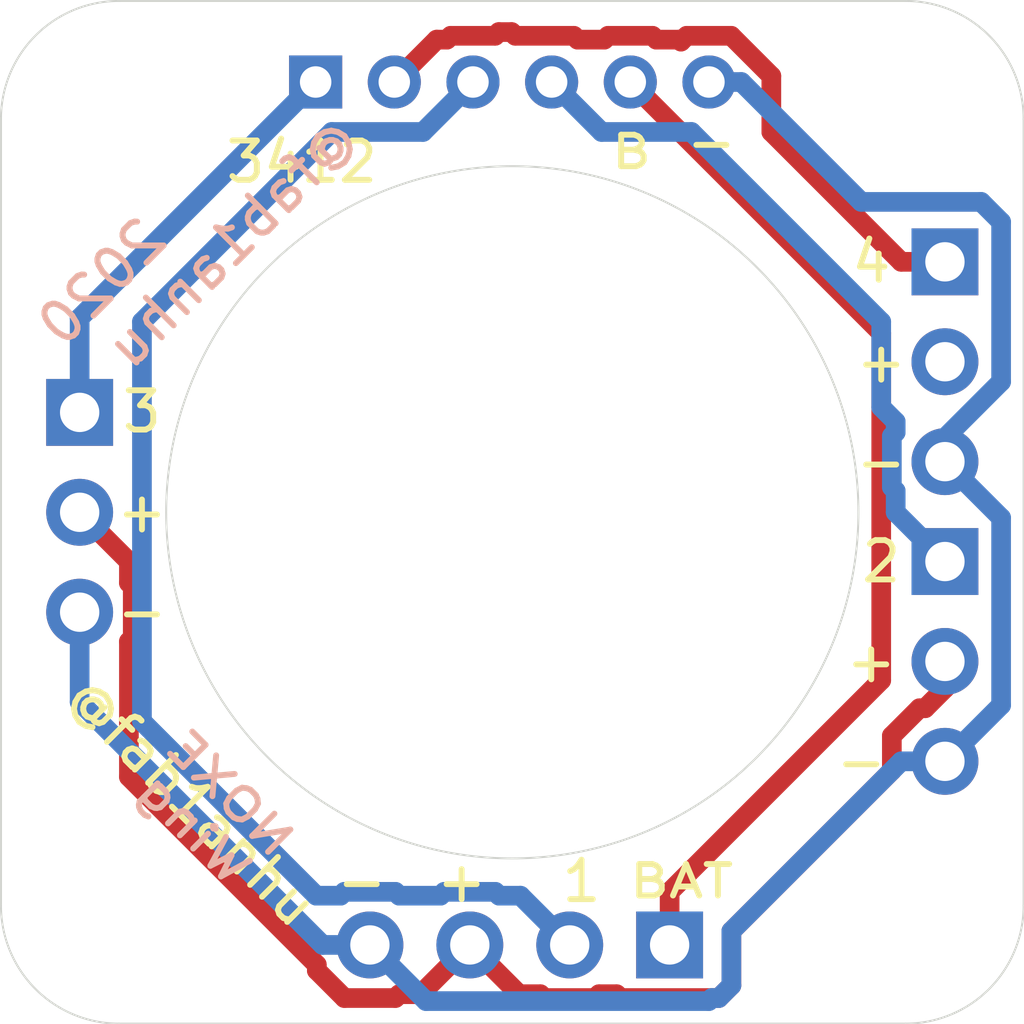
<source format=kicad_pcb>
(kicad_pcb (version 20171130) (host pcbnew 5.1.6-c6e7f7d~87~ubuntu20.04.1)

  (general
    (thickness 0.8)
    (drawings 30)
    (tracks 103)
    (zones 0)
    (modules 9)
    (nets 8)
  )

  (page A4)
  (layers
    (0 F.Cu signal)
    (31 B.Cu signal)
    (32 B.Adhes user)
    (33 F.Adhes user)
    (34 B.Paste user)
    (35 F.Paste user)
    (36 B.SilkS user)
    (37 F.SilkS user)
    (38 B.Mask user)
    (39 F.Mask user)
    (40 Dwgs.User user)
    (41 Cmts.User user)
    (42 Eco1.User user)
    (43 Eco2.User user)
    (44 Edge.Cuts user)
    (45 Margin user hide)
    (46 B.CrtYd user)
    (47 F.CrtYd user)
    (48 B.Fab user hide)
    (49 F.Fab user hide)
  )

  (setup
    (last_trace_width 0.5)
    (user_trace_width 0.5)
    (user_trace_width 1)
    (trace_clearance 0.1524)
    (zone_clearance 0.508)
    (zone_45_only no)
    (trace_min 0.1524)
    (via_size 0.6858)
    (via_drill 0.3302)
    (via_min_size 0.508)
    (via_min_drill 0.254)
    (uvia_size 0.6858)
    (uvia_drill 0.3302)
    (uvias_allowed no)
    (uvia_min_size 0)
    (uvia_min_drill 0)
    (edge_width 0.05)
    (segment_width 0.2)
    (pcb_text_width 0.3)
    (pcb_text_size 1.5 1.5)
    (mod_edge_width 0.12)
    (mod_text_size 1 1)
    (mod_text_width 0.15)
    (pad_size 2.1 2.1)
    (pad_drill 2.1)
    (pad_to_mask_clearance 0.0508)
    (aux_axis_origin 0 0)
    (visible_elements FFFFFF7F)
    (pcbplotparams
      (layerselection 0x010fc_ffffffff)
      (usegerberextensions false)
      (usegerberattributes true)
      (usegerberadvancedattributes true)
      (creategerberjobfile true)
      (excludeedgelayer true)
      (linewidth 0.100000)
      (plotframeref false)
      (viasonmask false)
      (mode 1)
      (useauxorigin false)
      (hpglpennumber 1)
      (hpglpenspeed 20)
      (hpglpendiameter 15.000000)
      (psnegative false)
      (psa4output false)
      (plotreference true)
      (plotvalue true)
      (plotinvisibletext false)
      (padsonsilk false)
      (subtractmaskfromsilk false)
      (outputformat 1)
      (mirror false)
      (drillshape 1)
      (scaleselection 1)
      (outputdirectory ""))
  )

  (net 0 "")
  (net 1 GND)
  (net 2 +5V)
  (net 3 /SV3)
  (net 4 /ESC)
  (net 5 /UBAT)
  (net 6 /Aux)
  (net 7 /SV4)

  (net_class Default "This is the default net class."
    (clearance 0.1524)
    (trace_width 0.1524)
    (via_dia 0.6858)
    (via_drill 0.3302)
    (uvia_dia 0.6858)
    (uvia_drill 0.3302)
    (diff_pair_width 0.1524)
    (diff_pair_gap 0.254)
  )

  (net_class ext ""
    (clearance 0.25)
    (trace_width 0.25)
    (via_dia 0.8)
    (via_drill 0.5)
    (uvia_dia 0.6858)
    (uvia_drill 0.3302)
    (diff_pair_width 0.1524)
    (diff_pair_gap 0.254)
    (add_net +5V)
    (add_net /Aux)
    (add_net /ESC)
    (add_net /SV3)
    (add_net /SV4)
    (add_net /UBAT)
    (add_net GND)
  )

  (module Connector_PinHeader_2.00mm:PinHeader_1x06_P2.00mm_Vertical (layer F.Cu) (tedit 5F5947EE) (tstamp 5F598C80)
    (at 105 99.06 90)
    (descr "Through hole straight pin header, 1x06, 2.00mm pitch, single row")
    (tags "Through hole pin header THT 1x06 2.00mm single row")
    (path /5F5A43E5)
    (fp_text reference J3 (at 0 -2.06 90) (layer F.SilkS) hide
      (effects (font (size 1 1) (thickness 0.15)))
    )
    (fp_text value Conn_01x06 (at 0 12.06 90) (layer F.Fab)
      (effects (font (size 1 1) (thickness 0.15)))
    )
    (fp_text user %R (at 0 5 180) (layer F.Fab)
      (effects (font (size 1 1) (thickness 0.15)))
    )
    (fp_line (start -0.5 -1) (end 1 -1) (layer F.Fab) (width 0.1))
    (fp_line (start 1 -1) (end 1 11) (layer F.Fab) (width 0.1))
    (fp_line (start 1 11) (end -1 11) (layer F.Fab) (width 0.1))
    (fp_line (start -1 11) (end -1 -0.5) (layer F.Fab) (width 0.1))
    (fp_line (start -1 -0.5) (end -0.5 -1) (layer F.Fab) (width 0.1))
    (fp_line (start -1.5 -1.5) (end -1.5 11.5) (layer F.CrtYd) (width 0.05))
    (fp_line (start -1.5 11.5) (end 1.5 11.5) (layer F.CrtYd) (width 0.05))
    (fp_line (start 1.5 11.5) (end 1.5 -1.5) (layer F.CrtYd) (width 0.05))
    (fp_line (start 1.5 -1.5) (end -1.5 -1.5) (layer F.CrtYd) (width 0.05))
    (pad 6 thru_hole oval (at 0 10 90) (size 1.35 1.35) (drill 0.8) (layers *.Cu *.Mask)
      (net 1 GND))
    (pad 5 thru_hole oval (at 0 8 90) (size 1.35 1.35) (drill 0.8) (layers *.Cu *.Mask)
      (net 5 /UBAT))
    (pad 4 thru_hole oval (at 0 6 90) (size 1.35 1.35) (drill 0.8) (layers *.Cu *.Mask)
      (net 6 /Aux))
    (pad 3 thru_hole oval (at 0 4 90) (size 1.35 1.35) (drill 0.8) (layers *.Cu *.Mask)
      (net 4 /ESC))
    (pad 2 thru_hole oval (at 0 2 90) (size 1.35 1.35) (drill 0.8) (layers *.Cu *.Mask)
      (net 7 /SV4))
    (pad 1 thru_hole rect (at 0 0 90) (size 1.35 1.35) (drill 0.8) (layers *.Cu *.Mask)
      (net 3 /SV3))
    (model ${KISYS3DMOD}/Connector_PinHeader_2.00mm.3dshapes/PinHeader_1x06_P2.00mm_Vertical.wrl
      (at (xyz 0 0 0))
      (scale (xyz 1 1 1))
      (rotate (xyz 0 0 0))
    )
  )

  (module Connector_PinHeader_2.54mm:PinHeader_1x04_P2.54mm_Vertical (layer F.Cu) (tedit 5F5947CF) (tstamp 5F598C66)
    (at 114 121 270)
    (descr "Through hole straight pin header, 1x04, 2.54mm pitch, single row")
    (tags "Through hole pin header THT 1x04 2.54mm single row")
    (path /5F5AE02F)
    (fp_text reference J2 (at 0 -2.33 270) (layer F.SilkS) hide
      (effects (font (size 1 1) (thickness 0.15)))
    )
    (fp_text value ESC (at 0 9.95 270) (layer F.Fab)
      (effects (font (size 1 1) (thickness 0.15)))
    )
    (fp_text user %R (at 0 3.81) (layer F.Fab)
      (effects (font (size 1 1) (thickness 0.15)))
    )
    (fp_line (start -0.635 -1.27) (end 1.27 -1.27) (layer F.Fab) (width 0.1))
    (fp_line (start 1.27 -1.27) (end 1.27 8.89) (layer F.Fab) (width 0.1))
    (fp_line (start 1.27 8.89) (end -1.27 8.89) (layer F.Fab) (width 0.1))
    (fp_line (start -1.27 8.89) (end -1.27 -0.635) (layer F.Fab) (width 0.1))
    (fp_line (start -1.27 -0.635) (end -0.635 -1.27) (layer F.Fab) (width 0.1))
    (fp_line (start -1.8 -1.8) (end -1.8 9.4) (layer F.CrtYd) (width 0.05))
    (fp_line (start -1.8 9.4) (end 1.8 9.4) (layer F.CrtYd) (width 0.05))
    (fp_line (start 1.8 9.4) (end 1.8 -1.8) (layer F.CrtYd) (width 0.05))
    (fp_line (start 1.8 -1.8) (end -1.8 -1.8) (layer F.CrtYd) (width 0.05))
    (pad 4 thru_hole oval (at 0 7.62 270) (size 1.7 1.7) (drill 1) (layers *.Cu *.Mask)
      (net 1 GND))
    (pad 3 thru_hole oval (at 0 5.08 270) (size 1.7 1.7) (drill 1) (layers *.Cu *.Mask)
      (net 2 +5V))
    (pad 2 thru_hole oval (at 0 2.54 270) (size 1.7 1.7) (drill 1) (layers *.Cu *.Mask)
      (net 4 /ESC))
    (pad 1 thru_hole rect (at 0 0 270) (size 1.7 1.7) (drill 1) (layers *.Cu *.Mask)
      (net 5 /UBAT))
    (model ${KISYS3DMOD}/Connector_PinHeader_2.54mm.3dshapes/PinHeader_1x04_P2.54mm_Vertical.wrl
      (at (xyz 0 0 0))
      (scale (xyz 1 1 1))
      (rotate (xyz 0 0 0))
    )
  )

  (module Connector_PinHeader_2.54mm:PinHeader_1x03_P2.54mm_Vertical (layer F.Cu) (tedit 5F59479C) (tstamp 5F598C97)
    (at 121 111.252)
    (descr "Through hole straight pin header, 1x03, 2.54mm pitch, single row")
    (tags "Through hole pin header THT 1x03 2.54mm single row")
    (path /5F5A843A)
    (fp_text reference J4 (at 0 7.62) (layer F.SilkS) hide
      (effects (font (size 1 1) (thickness 0.15)))
    )
    (fp_text value AUX (at 0 7.41) (layer F.Fab)
      (effects (font (size 1 1) (thickness 0.15)))
    )
    (fp_text user %R (at 0 2.54 90) (layer F.Fab)
      (effects (font (size 1 1) (thickness 0.15)))
    )
    (fp_line (start -0.635 -1.27) (end 1.27 -1.27) (layer F.Fab) (width 0.1))
    (fp_line (start 1.27 -1.27) (end 1.27 6.35) (layer F.Fab) (width 0.1))
    (fp_line (start 1.27 6.35) (end -1.27 6.35) (layer F.Fab) (width 0.1))
    (fp_line (start -1.27 6.35) (end -1.27 -0.635) (layer F.Fab) (width 0.1))
    (fp_line (start -1.27 -0.635) (end -0.635 -1.27) (layer F.Fab) (width 0.1))
    (fp_line (start -1.8 -1.8) (end -1.8 6.85) (layer F.CrtYd) (width 0.05))
    (fp_line (start -1.8 6.85) (end 1.8 6.85) (layer F.CrtYd) (width 0.05))
    (fp_line (start 1.8 6.85) (end 1.8 -1.8) (layer F.CrtYd) (width 0.05))
    (fp_line (start 1.8 -1.8) (end -1.8 -1.8) (layer F.CrtYd) (width 0.05))
    (pad 3 thru_hole oval (at 0 5.08) (size 1.7 1.7) (drill 1) (layers *.Cu *.Mask)
      (net 1 GND))
    (pad 2 thru_hole oval (at 0 2.54) (size 1.7 1.7) (drill 1) (layers *.Cu *.Mask)
      (net 2 +5V))
    (pad 1 thru_hole rect (at 0 0) (size 1.7 1.7) (drill 1) (layers *.Cu *.Mask)
      (net 6 /Aux))
    (model ${KISYS3DMOD}/Connector_PinHeader_2.54mm.3dshapes/PinHeader_1x03_P2.54mm_Vertical.wrl
      (at (xyz 0 0 0))
      (scale (xyz 1 1 1))
      (rotate (xyz 0 0 0))
    )
  )

  (module Connector_PinHeader_2.54mm:PinHeader_1x03_P2.54mm_Vertical (layer F.Cu) (tedit 5F59473D) (tstamp 5F599369)
    (at 121 103.632)
    (descr "Through hole straight pin header, 1x03, 2.54mm pitch, single row")
    (tags "Through hole pin header THT 1x03 2.54mm single row")
    (path /5F5A71D7)
    (fp_text reference J5 (at 0 -2.33) (layer F.SilkS) hide
      (effects (font (size 1 1) (thickness 0.15)))
    )
    (fp_text value SV4 (at 0 7.41) (layer F.Fab)
      (effects (font (size 1 1) (thickness 0.15)))
    )
    (fp_text user %R (at 0 2.54 90) (layer F.Fab)
      (effects (font (size 1 1) (thickness 0.15)))
    )
    (fp_line (start -0.635 -1.27) (end 1.27 -1.27) (layer F.Fab) (width 0.1))
    (fp_line (start 1.27 -1.27) (end 1.27 6.35) (layer F.Fab) (width 0.1))
    (fp_line (start 1.27 6.35) (end -1.27 6.35) (layer F.Fab) (width 0.1))
    (fp_line (start -1.27 6.35) (end -1.27 -0.635) (layer F.Fab) (width 0.1))
    (fp_line (start -1.27 -0.635) (end -0.635 -1.27) (layer F.Fab) (width 0.1))
    (fp_line (start -1.8 -1.8) (end -1.8 6.85) (layer F.CrtYd) (width 0.05))
    (fp_line (start -1.8 6.85) (end 1.8 6.85) (layer F.CrtYd) (width 0.05))
    (fp_line (start 1.8 6.85) (end 1.8 -1.8) (layer F.CrtYd) (width 0.05))
    (fp_line (start 1.8 -1.8) (end -1.8 -1.8) (layer F.CrtYd) (width 0.05))
    (pad 3 thru_hole oval (at 0 5.08) (size 1.7 1.7) (drill 1) (layers *.Cu *.Mask)
      (net 1 GND))
    (pad 2 thru_hole oval (at 0 2.54) (size 1.7 1.7) (drill 1) (layers *.Cu *.Mask)
      (net 2 +5V))
    (pad 1 thru_hole rect (at 0 0) (size 1.7 1.7) (drill 1) (layers *.Cu *.Mask)
      (net 7 /SV4))
    (model ${KISYS3DMOD}/Connector_PinHeader_2.54mm.3dshapes/PinHeader_1x03_P2.54mm_Vertical.wrl
      (at (xyz 0 0 0))
      (scale (xyz 1 1 1))
      (rotate (xyz 0 0 0))
    )
  )

  (module Connector_PinHeader_2.54mm:PinHeader_1x03_P2.54mm_Vertical (layer F.Cu) (tedit 5F594710) (tstamp 5F598C4E)
    (at 99 107.46)
    (descr "Through hole straight pin header, 1x03, 2.54mm pitch, single row")
    (tags "Through hole pin header THT 1x03 2.54mm single row")
    (path /5F5A68EF)
    (fp_text reference SV3 (at 0 -2.33) (layer F.SilkS) hide
      (effects (font (size 1 1) (thickness 0.15)))
    )
    (fp_text value SV3 (at 0 7.41) (layer F.Fab) hide
      (effects (font (size 1 1) (thickness 0.15)))
    )
    (fp_text user %R (at 0 2.54 90) (layer F.Fab) hide
      (effects (font (size 1 1) (thickness 0.15)))
    )
    (fp_line (start -0.635 -1.27) (end 1.27 -1.27) (layer F.Fab) (width 0.1))
    (fp_line (start 1.27 -1.27) (end 1.27 6.35) (layer F.Fab) (width 0.1))
    (fp_line (start 1.27 6.35) (end -1.27 6.35) (layer F.Fab) (width 0.1))
    (fp_line (start -1.27 6.35) (end -1.27 -0.635) (layer F.Fab) (width 0.1))
    (fp_line (start -1.27 -0.635) (end -0.635 -1.27) (layer F.Fab) (width 0.1))
    (fp_line (start -1.8 -1.8) (end -1.8 6.85) (layer F.CrtYd) (width 0.05))
    (fp_line (start -1.8 6.85) (end 1.8 6.85) (layer F.CrtYd) (width 0.05))
    (fp_line (start 1.8 6.85) (end 1.8 -1.8) (layer F.CrtYd) (width 0.05))
    (fp_line (start 1.8 -1.8) (end -1.8 -1.8) (layer F.CrtYd) (width 0.05))
    (pad 3 thru_hole oval (at 0 5.08) (size 1.7 1.7) (drill 1) (layers *.Cu *.Mask)
      (net 1 GND))
    (pad 2 thru_hole oval (at 0 2.54) (size 1.7 1.7) (drill 1) (layers *.Cu *.Mask)
      (net 2 +5V))
    (pad 1 thru_hole rect (at 0 0) (size 1.7 1.7) (drill 1) (layers *.Cu *.Mask)
      (net 3 /SV3))
    (model ${KISYS3DMOD}/Connector_PinHeader_2.54mm.3dshapes/PinHeader_1x03_P2.54mm_Vertical.wrl
      (at (xyz 0 0 0))
      (scale (xyz 1 1 1))
      (rotate (xyz 0 0 0))
    )
  )

  (module MountingHole:MountingHole_2.1mm (layer F.Cu) (tedit 5B924765) (tstamp 5F599466)
    (at 120 120)
    (descr "Mounting Hole 2.1mm, no annular")
    (tags "mounting hole 2.1mm no annular")
    (path /5F5C8C1C)
    (attr virtual)
    (fp_text reference H4 (at 0 -3.2) (layer F.SilkS) hide
      (effects (font (size 1 1) (thickness 0.15)))
    )
    (fp_text value MountingHole (at 0 3.2) (layer F.Fab)
      (effects (font (size 1 1) (thickness 0.15)))
    )
    (fp_text user %R (at 0.3 0) (layer F.Fab)
      (effects (font (size 1 1) (thickness 0.15)))
    )
    (fp_circle (center 0 0) (end 2.1 0) (layer Cmts.User) (width 0.15))
    (fp_circle (center 0 0) (end 2.35 0) (layer F.CrtYd) (width 0.05))
    (pad "" np_thru_hole circle (at 0 0) (size 2.1 2.1) (drill 2.1) (layers *.Cu *.Mask))
  )

  (module MountingHole:MountingHole_2.1mm (layer F.Cu) (tedit 5B924765) (tstamp 5F599451)
    (at 100 120)
    (descr "Mounting Hole 2.1mm, no annular")
    (tags "mounting hole 2.1mm no annular")
    (path /5F5C8046)
    (attr virtual)
    (fp_text reference H3 (at 0 -3.2) (layer F.SilkS) hide
      (effects (font (size 1 1) (thickness 0.15)))
    )
    (fp_text value MountingHole (at 0 3.2) (layer F.Fab)
      (effects (font (size 1 1) (thickness 0.15)))
    )
    (fp_text user %R (at 0.3 0) (layer F.Fab)
      (effects (font (size 1 1) (thickness 0.15)))
    )
    (fp_circle (center 0 0) (end 2.1 0) (layer Cmts.User) (width 0.15))
    (fp_circle (center 0 0) (end 2.35 0) (layer F.CrtYd) (width 0.05))
    (pad "" np_thru_hole circle (at 0 0) (size 2.1 2.1) (drill 2.1) (layers *.Cu *.Mask))
  )

  (module MountingHole:MountingHole_2.1mm (layer F.Cu) (tedit 5B924765) (tstamp 5F59947B)
    (at 120 100)
    (descr "Mounting Hole 2.1mm, no annular")
    (tags "mounting hole 2.1mm no annular")
    (path /5F5C934E)
    (attr virtual)
    (fp_text reference H2 (at 0 -3.2) (layer F.SilkS) hide
      (effects (font (size 1 1) (thickness 0.15)))
    )
    (fp_text value MountingHole (at 0 3.2) (layer F.Fab)
      (effects (font (size 1 1) (thickness 0.15)))
    )
    (fp_text user %R (at 0.3 0) (layer F.Fab)
      (effects (font (size 1 1) (thickness 0.15)))
    )
    (fp_circle (center 0 0) (end 2.1 0) (layer Cmts.User) (width 0.15))
    (fp_circle (center 0 0) (end 2.35 0) (layer F.CrtYd) (width 0.05))
    (pad "" np_thru_hole circle (at 0 0) (size 2.1 2.1) (drill 2.1) (layers *.Cu *.Mask))
  )

  (module MountingHole:MountingHole_2.1mm (layer F.Cu) (tedit 5B924765) (tstamp 5F599490)
    (at 100 100)
    (descr "Mounting Hole 2.1mm, no annular")
    (tags "mounting hole 2.1mm no annular")
    (path /5F5C8FC2)
    (attr virtual)
    (fp_text reference H1 (at 0 -3.2) (layer F.SilkS) hide
      (effects (font (size 1 1) (thickness 0.15)))
    )
    (fp_text value MountingHole (at 0 3.2) (layer F.Fab)
      (effects (font (size 1 1) (thickness 0.15)))
    )
    (fp_text user %R (at 0.3 0) (layer F.Fab)
      (effects (font (size 1 1) (thickness 0.15)))
    )
    (fp_circle (center 0 0) (end 2.1 0) (layer Cmts.User) (width 0.15))
    (fp_circle (center 0 0) (end 2.35 0) (layer F.CrtYd) (width 0.05))
    (pad "" np_thru_hole circle (at 0 0) (size 2.1 2.1) (drill 2.1) (layers *.Cu *.Mask))
  )

  (gr_text "CUT OUT" (at 110.49 109.982) (layer Dwgs.User)
    (effects (font (size 1 1) (thickness 0.15)))
  )
  (gr_text @fab1anhu (at 101.854 117.348 -45) (layer F.SilkS) (tstamp 5F59AD31)
    (effects (font (size 1 1) (thickness 0.15)))
  )
  (gr_text 2020 (at 99.568 104.14 45) (layer B.SilkS) (tstamp 5F59AC90)
    (effects (font (size 1 1) (thickness 0.15)) (justify mirror))
  )
  (gr_text @fab1anhu (at 102.87 103.124 45) (layer B.SilkS)
    (effects (font (size 1 1) (thickness 0.15)) (justify mirror))
  )
  (gr_text "NOXE\nWing" (at 102.362 117.602 -45) (layer B.SilkS)
    (effects (font (size 0.8 1) (thickness 0.15)) (justify mirror))
  )
  (gr_text 2 (at 119.38 111.252) (layer F.SilkS)
    (effects (font (size 1 1) (thickness 0.15)))
  )
  (gr_text 4 (at 119.126 103.632) (layer F.SilkS)
    (effects (font (size 1 1) (thickness 0.15)))
  )
  (gr_text 3412 (at 104.648 101.092) (layer F.SilkS)
    (effects (font (size 1 1) (thickness 0.15)))
  )
  (gr_text B (at 113.03 100.838) (layer F.SilkS) (tstamp 5F59ABC1)
    (effects (font (size 0.8 1) (thickness 0.15)))
  )
  (gr_text - (at 115.062 100.584) (layer F.SilkS) (tstamp 5F59ABAD)
    (effects (font (size 1 1) (thickness 0.15)))
  )
  (gr_text + (at 119.38 106.172) (layer F.SilkS) (tstamp 5F59AB9A)
    (effects (font (size 1 1) (thickness 0.15)))
  )
  (gr_text + (at 119.126 113.792) (layer F.SilkS) (tstamp 5F59AB98)
    (effects (font (size 1 1) (thickness 0.15)))
  )
  (gr_text - (at 119.38 108.712) (layer F.SilkS) (tstamp 5F59AB84)
    (effects (font (size 1 1) (thickness 0.15)))
  )
  (gr_text - (at 118.872 116.332) (layer F.SilkS) (tstamp 5F59AB82)
    (effects (font (size 1 1) (thickness 0.15)))
  )
  (gr_text 1 (at 111.76 119.38) (layer F.SilkS)
    (effects (font (size 1 1) (thickness 0.15)))
  )
  (gr_text BAT (at 114.3 119.38) (layer F.SilkS)
    (effects (font (size 0.8 1) (thickness 0.15)))
  )
  (gr_text + (at 108.712 119.38) (layer F.SilkS) (tstamp 5F59AB32)
    (effects (font (size 1 1) (thickness 0.15)))
  )
  (gr_text - (at 106.172 119.38) (layer F.SilkS) (tstamp 5F59AB1F)
    (effects (font (size 1 1) (thickness 0.15)))
  )
  (gr_text - (at 100.584 112.522) (layer F.SilkS)
    (effects (font (size 1 1) (thickness 0.15)))
  )
  (gr_text 3 (at 100.584 107.442) (layer F.SilkS)
    (effects (font (size 1 1) (thickness 0.15)))
  )
  (gr_text + (at 100.584 109.982) (layer F.SilkS)
    (effects (font (size 1 1) (thickness 0.15)))
  )
  (gr_circle (center 110 110) (end 118.8 110) (layer Edge.Cuts) (width 0.05))
  (gr_arc (start 120 100) (end 123 100) (angle -90) (layer Edge.Cuts) (width 0.05))
  (gr_arc (start 120 120) (end 120 123) (angle -90) (layer Edge.Cuts) (width 0.05))
  (gr_arc (start 100 120) (end 97 120) (angle -90) (layer Edge.Cuts) (width 0.05))
  (gr_arc (start 100 100) (end 100 97) (angle -90) (layer Edge.Cuts) (width 0.05))
  (gr_line (start 97 120) (end 97 100) (layer Edge.Cuts) (width 0.05) (tstamp 5F59940A))
  (gr_line (start 120 123) (end 100 123) (layer Edge.Cuts) (width 0.05))
  (gr_line (start 123 100) (end 123 120) (layer Edge.Cuts) (width 0.05))
  (gr_line (start 100 97) (end 120 97) (layer Edge.Cuts) (width 0.05))

  (segment (start 106.38 121) (end 105.177919 121) (width 0.5) (layer B.Cu) (net 1))
  (segment (start 105.177919 121) (end 99 114.822081) (width 0.5) (layer B.Cu) (net 1))
  (segment (start 99 114.822081) (end 99 112.54) (width 0.5) (layer B.Cu) (net 1))
  (segment (start 122.428 102.616) (end 121.92 102.108) (width 0.5) (layer B.Cu) (net 1))
  (segment (start 121.92 102.108) (end 118.872 102.108) (width 0.5) (layer B.Cu) (net 1))
  (segment (start 122.428 106.68) (end 122.428 102.616) (width 0.5) (layer B.Cu) (net 1))
  (segment (start 118.872 102.108) (end 115.824 99.06) (width 0.5) (layer B.Cu) (net 1))
  (segment (start 121 108.108) (end 122.428 106.68) (width 0.5) (layer B.Cu) (net 1))
  (segment (start 115.824 99.06) (end 115 99.06) (width 0.5) (layer B.Cu) (net 1))
  (segment (start 121 108.712) (end 121 108.108) (width 0.5) (layer B.Cu) (net 1))
  (segment (start 114.996322 122.428) (end 107.808 122.428) (width 0.5) (layer B.Cu) (net 1))
  (segment (start 107.808 122.428) (end 106.38 121) (width 0.5) (layer B.Cu) (net 1))
  (segment (start 115.074321 122.350001) (end 114.996322 122.428) (width 0.5) (layer B.Cu) (net 1))
  (segment (start 115.250001 122.350001) (end 115.074321 122.350001) (width 0.5) (layer B.Cu) (net 1))
  (segment (start 115.57 122.030002) (end 115.250001 122.350001) (width 0.5) (layer B.Cu) (net 1))
  (segment (start 115.57 120.65) (end 115.57 122.030002) (width 0.5) (layer B.Cu) (net 1))
  (segment (start 119.888 116.332) (end 115.57 120.65) (width 0.5) (layer B.Cu) (net 1))
  (segment (start 121 116.332) (end 119.888 116.332) (width 0.5) (layer B.Cu) (net 1))
  (segment (start 122.428 114.904) (end 121 116.332) (width 0.5) (layer B.Cu) (net 1))
  (segment (start 122.428 110.14) (end 122.428 114.904) (width 0.5) (layer B.Cu) (net 1))
  (segment (start 121 108.712) (end 122.428 110.14) (width 0.5) (layer B.Cu) (net 1))
  (segment (start 100.252401 111.252401) (end 99 110) (width 0.5) (layer F.Cu) (net 2))
  (segment (start 100.252401 111.794399) (end 100.252401 111.252401) (width 0.5) (layer F.Cu) (net 2))
  (segment (start 100.350001 113.188001) (end 100.350001 111.891999) (width 0.5) (layer F.Cu) (net 2))
  (segment (start 100.252401 116.725955) (end 100.252401 113.285601) (width 0.5) (layer F.Cu) (net 2))
  (segment (start 105.029999 121.503553) (end 100.252401 116.725955) (width 0.5) (layer F.Cu) (net 2))
  (segment (start 100.252401 113.285601) (end 100.350001 113.188001) (width 0.5) (layer F.Cu) (net 2))
  (segment (start 105.029999 121.648001) (end 105.029999 121.503553) (width 0.5) (layer F.Cu) (net 2))
  (segment (start 105.731999 122.350001) (end 105.029999 121.648001) (width 0.5) (layer F.Cu) (net 2))
  (segment (start 107.028001 122.350001) (end 105.731999 122.350001) (width 0.5) (layer F.Cu) (net 2))
  (segment (start 100.350001 111.891999) (end 100.252401 111.794399) (width 0.5) (layer F.Cu) (net 2))
  (segment (start 107.125601 122.252401) (end 107.028001 122.350001) (width 0.5) (layer F.Cu) (net 2))
  (segment (start 107.667599 122.252401) (end 107.125601 122.252401) (width 0.5) (layer F.Cu) (net 2))
  (segment (start 108.92 121) (end 107.667599 122.252401) (width 0.5) (layer F.Cu) (net 2))
  (segment (start 110.714399 122.252401) (end 110.172401 122.252401) (width 0.5) (layer F.Cu) (net 2))
  (segment (start 110.811999 122.350001) (end 110.714399 122.252401) (width 0.5) (layer F.Cu) (net 2))
  (segment (start 121 113.792) (end 121 114.478446) (width 0.5) (layer F.Cu) (net 2))
  (segment (start 120.351999 114.981999) (end 119.649999 115.683999) (width 0.5) (layer F.Cu) (net 2))
  (segment (start 110.172401 122.252401) (end 108.92 121) (width 0.5) (layer F.Cu) (net 2))
  (segment (start 112.108001 122.350001) (end 110.811999 122.350001) (width 0.5) (layer F.Cu) (net 2))
  (segment (start 119.649999 115.683999) (end 119.649999 116.570001) (width 0.5) (layer F.Cu) (net 2))
  (segment (start 119.649999 116.570001) (end 115.57 120.65) (width 0.5) (layer F.Cu) (net 2))
  (segment (start 115.57 120.65) (end 115.57 122.030002) (width 0.5) (layer F.Cu) (net 2))
  (segment (start 115.250001 122.350001) (end 112.749999 122.350001) (width 0.5) (layer F.Cu) (net 2))
  (segment (start 115.57 122.030002) (end 115.250001 122.350001) (width 0.5) (layer F.Cu) (net 2))
  (segment (start 112.749999 122.350001) (end 112.652399 122.252401) (width 0.5) (layer F.Cu) (net 2))
  (segment (start 112.652399 122.252401) (end 112.205601 122.252401) (width 0.5) (layer F.Cu) (net 2))
  (segment (start 121 114.478446) (end 120.496447 114.981999) (width 0.5) (layer F.Cu) (net 2))
  (segment (start 120.496447 114.981999) (end 120.351999 114.981999) (width 0.5) (layer F.Cu) (net 2))
  (segment (start 112.205601 122.252401) (end 112.108001 122.350001) (width 0.5) (layer F.Cu) (net 2))
  (segment (start 99 105.06) (end 105 99.06) (width 0.5) (layer B.Cu) (net 3))
  (segment (start 99 107.46) (end 99 105.06) (width 0.5) (layer B.Cu) (net 3))
  (segment (start 110.207599 119.747599) (end 111.46 121) (width 0.5) (layer B.Cu) (net 4))
  (segment (start 109 99.06) (end 107.73 100.33) (width 0.5) (layer B.Cu) (net 4))
  (segment (start 105.41 100.33) (end 100.584 105.156) (width 0.5) (layer B.Cu) (net 4))
  (segment (start 100.584 115.316) (end 105.015599 119.747599) (width 0.5) (layer B.Cu) (net 4))
  (segment (start 105.634399 119.747599) (end 105.731999 119.649999) (width 0.5) (layer B.Cu) (net 4))
  (segment (start 109.665601 119.747599) (end 110.207599 119.747599) (width 0.5) (layer B.Cu) (net 4))
  (segment (start 100.584 105.156) (end 100.584 115.316) (width 0.5) (layer B.Cu) (net 4))
  (segment (start 108.271999 119.649999) (end 109.568001 119.649999) (width 0.5) (layer B.Cu) (net 4))
  (segment (start 105.731999 119.649999) (end 107.028001 119.649999) (width 0.5) (layer B.Cu) (net 4))
  (segment (start 107.73 100.33) (end 105.41 100.33) (width 0.5) (layer B.Cu) (net 4))
  (segment (start 107.028001 119.649999) (end 107.125601 119.747599) (width 0.5) (layer B.Cu) (net 4))
  (segment (start 105.015599 119.747599) (end 105.634399 119.747599) (width 0.5) (layer B.Cu) (net 4))
  (segment (start 107.125601 119.747599) (end 108.174399 119.747599) (width 0.5) (layer B.Cu) (net 4))
  (segment (start 108.174399 119.747599) (end 108.271999 119.649999) (width 0.5) (layer B.Cu) (net 4))
  (segment (start 109.568001 119.649999) (end 109.665601 119.747599) (width 0.5) (layer B.Cu) (net 4))
  (segment (start 119.38 114.27) (end 114 119.65) (width 0.5) (layer F.Cu) (net 5))
  (segment (start 114 119.65) (end 114 121) (width 0.5) (layer F.Cu) (net 5))
  (segment (start 113 99.06) (end 119.38 105.44) (width 0.5) (layer F.Cu) (net 5))
  (segment (start 119.38 105.44) (end 119.38 114.27) (width 0.5) (layer F.Cu) (net 5))
  (segment (start 119.747599 109.999599) (end 121 111.252) (width 0.5) (layer B.Cu) (net 6))
  (segment (start 119.747599 109.457601) (end 119.747599 109.999599) (width 0.5) (layer B.Cu) (net 6))
  (segment (start 119.747599 107.966399) (end 119.649999 108.063999) (width 0.5) (layer B.Cu) (net 6))
  (segment (start 119.747599 107.695801) (end 119.747599 107.966399) (width 0.5) (layer B.Cu) (net 6))
  (segment (start 119.649999 109.360001) (end 119.747599 109.457601) (width 0.5) (layer B.Cu) (net 6))
  (segment (start 119.38 107.328202) (end 119.747599 107.695801) (width 0.5) (layer B.Cu) (net 6))
  (segment (start 119.38 105.156) (end 119.38 107.328202) (width 0.5) (layer B.Cu) (net 6))
  (segment (start 119.649999 108.063999) (end 119.649999 109.360001) (width 0.5) (layer B.Cu) (net 6))
  (segment (start 114.554 100.33) (end 119.38 105.156) (width 0.5) (layer B.Cu) (net 6))
  (segment (start 112.27 100.33) (end 114.554 100.33) (width 0.5) (layer B.Cu) (net 6))
  (segment (start 111 99.06) (end 112.27 100.33) (width 0.5) (layer B.Cu) (net 6))
  (segment (start 119.888 103.632) (end 121 103.632) (width 0.5) (layer F.Cu) (net 7))
  (segment (start 116.586 100.33) (end 119.888 103.632) (width 0.5) (layer F.Cu) (net 7))
  (segment (start 116.586 98.906998) (end 116.586 100.33) (width 0.5) (layer F.Cu) (net 7))
  (segment (start 114.238599 97.982599) (end 114.288499 98.032499) (width 0.5) (layer F.Cu) (net 7))
  (segment (start 111.564001 97.884999) (end 111.661601 97.982599) (width 0.5) (layer F.Cu) (net 7))
  (segment (start 108.077401 97.982599) (end 108.338399 97.982599) (width 0.5) (layer F.Cu) (net 7))
  (segment (start 114.288499 98.032499) (end 114.435999 97.884999) (width 0.5) (layer F.Cu) (net 7))
  (segment (start 113.564001 97.884999) (end 113.661601 97.982599) (width 0.5) (layer F.Cu) (net 7))
  (segment (start 108.338399 97.982599) (end 108.435999 97.884999) (width 0.5) (layer F.Cu) (net 7))
  (segment (start 108.435999 97.884999) (end 109.564001 97.884999) (width 0.5) (layer F.Cu) (net 7))
  (segment (start 109.564001 97.884999) (end 109.659 97.79) (width 0.5) (layer F.Cu) (net 7))
  (segment (start 107 99.06) (end 108.077401 97.982599) (width 0.5) (layer F.Cu) (net 7))
  (segment (start 109.659 97.79) (end 109.982 97.79) (width 0.5) (layer F.Cu) (net 7))
  (segment (start 109.982 97.79) (end 110.076999 97.884999) (width 0.5) (layer F.Cu) (net 7))
  (segment (start 112.435999 97.884999) (end 113.564001 97.884999) (width 0.5) (layer F.Cu) (net 7))
  (segment (start 110.076999 97.884999) (end 111.564001 97.884999) (width 0.5) (layer F.Cu) (net 7))
  (segment (start 111.661601 97.982599) (end 112.338399 97.982599) (width 0.5) (layer F.Cu) (net 7))
  (segment (start 115.564001 97.884999) (end 116.586 98.906998) (width 0.5) (layer F.Cu) (net 7))
  (segment (start 114.435999 97.884999) (end 115.564001 97.884999) (width 0.5) (layer F.Cu) (net 7))
  (segment (start 113.661601 97.982599) (end 114.238599 97.982599) (width 0.5) (layer F.Cu) (net 7))
  (segment (start 112.338399 97.982599) (end 112.435999 97.884999) (width 0.5) (layer F.Cu) (net 7))

)

</source>
